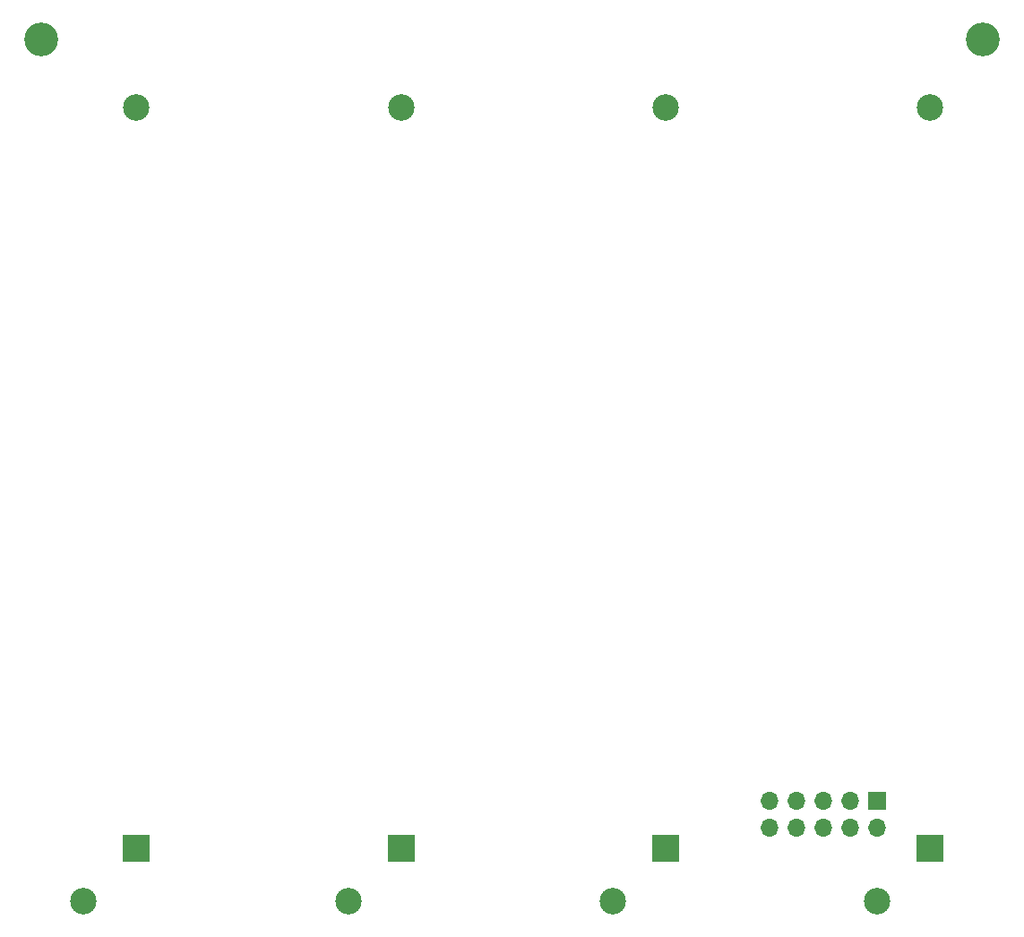
<source format=gbr>
%TF.GenerationSoftware,KiCad,Pcbnew,5.1.9-73d0e3b20d~88~ubuntu20.04.1*%
%TF.CreationDate,2021-04-01T10:52:46-04:00*%
%TF.ProjectId,ao_output,616f5f6f-7574-4707-9574-2e6b69636164,rev?*%
%TF.SameCoordinates,Original*%
%TF.FileFunction,Soldermask,Bot*%
%TF.FilePolarity,Negative*%
%FSLAX46Y46*%
G04 Gerber Fmt 4.6, Leading zero omitted, Abs format (unit mm)*
G04 Created by KiCad (PCBNEW 5.1.9-73d0e3b20d~88~ubuntu20.04.1) date 2021-04-01 10:52:46*
%MOMM*%
%LPD*%
G01*
G04 APERTURE LIST*
%ADD10O,1.700000X1.700000*%
%ADD11R,1.700000X1.700000*%
%ADD12R,2.500000X2.500000*%
%ADD13C,2.500000*%
%ADD14C,3.200000*%
G04 APERTURE END LIST*
D10*
%TO.C,J11*%
X-25660000Y-90040000D03*
X-25660000Y-87500000D03*
X-23120000Y-90040000D03*
X-23120000Y-87500000D03*
X-20580000Y-90040000D03*
X-20580000Y-87500000D03*
X-18040000Y-90040000D03*
X-18040000Y-87500000D03*
X-15500000Y-90040000D03*
D11*
X-15500000Y-87500000D03*
%TD*%
D12*
%TO.C,RV2*%
X-35500000Y-92000000D03*
D13*
X-40500000Y-97000000D03*
X-35500000Y-22000000D03*
%TD*%
D14*
%TO.C,H6*%
X-5500000Y-15500000D03*
%TD*%
D12*
%TO.C,RV1*%
X-10500000Y-92000000D03*
D13*
X-15500000Y-97000000D03*
X-10500000Y-22000000D03*
%TD*%
D12*
%TO.C,RV4*%
X-85500000Y-92000000D03*
D13*
X-90500000Y-97000000D03*
X-85500000Y-22000000D03*
%TD*%
D14*
%TO.C,H5*%
X-94500000Y-15500000D03*
%TD*%
D12*
%TO.C,RV3*%
X-60500000Y-92000000D03*
D13*
X-65500000Y-97000000D03*
X-60500000Y-22000000D03*
%TD*%
M02*

</source>
